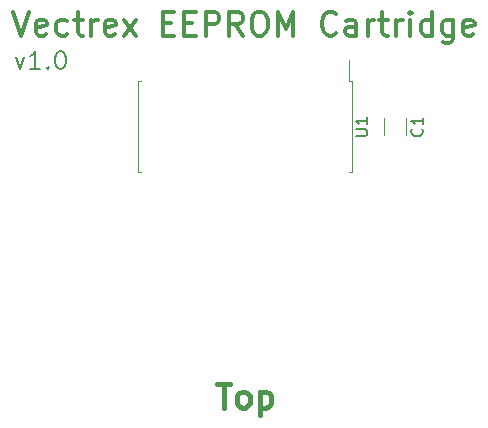
<source format=gbr>
%TF.GenerationSoftware,KiCad,Pcbnew,(6.0.0)*%
%TF.CreationDate,2022-01-01T20:47:22+01:00*%
%TF.ProjectId,vectrex,76656374-7265-4782-9e6b-696361645f70,rev?*%
%TF.SameCoordinates,Original*%
%TF.FileFunction,Legend,Top*%
%TF.FilePolarity,Positive*%
%FSLAX46Y46*%
G04 Gerber Fmt 4.6, Leading zero omitted, Abs format (unit mm)*
G04 Created by KiCad (PCBNEW (6.0.0)) date 2022-01-01 20:47:22*
%MOMM*%
%LPD*%
G01*
G04 APERTURE LIST*
%ADD10C,0.400000*%
%ADD11C,0.200000*%
%ADD12C,0.300000*%
%ADD13C,0.150000*%
%ADD14C,0.120000*%
G04 APERTURE END LIST*
D10*
X155099047Y-105584761D02*
X156241904Y-105584761D01*
X155670476Y-107584761D02*
X155670476Y-105584761D01*
X157194285Y-107584761D02*
X157003809Y-107489523D01*
X156908571Y-107394285D01*
X156813333Y-107203809D01*
X156813333Y-106632380D01*
X156908571Y-106441904D01*
X157003809Y-106346666D01*
X157194285Y-106251428D01*
X157480000Y-106251428D01*
X157670476Y-106346666D01*
X157765714Y-106441904D01*
X157860952Y-106632380D01*
X157860952Y-107203809D01*
X157765714Y-107394285D01*
X157670476Y-107489523D01*
X157480000Y-107584761D01*
X157194285Y-107584761D01*
X158718095Y-106251428D02*
X158718095Y-108251428D01*
X158718095Y-106346666D02*
X158908571Y-106251428D01*
X159289523Y-106251428D01*
X159480000Y-106346666D01*
X159575238Y-106441904D01*
X159670476Y-106632380D01*
X159670476Y-107203809D01*
X159575238Y-107394285D01*
X159480000Y-107489523D01*
X159289523Y-107584761D01*
X158908571Y-107584761D01*
X158718095Y-107489523D01*
D11*
X138065142Y-77910571D02*
X138422285Y-78910571D01*
X138779428Y-77910571D01*
X140136571Y-78910571D02*
X139279428Y-78910571D01*
X139708000Y-78910571D02*
X139708000Y-77410571D01*
X139565142Y-77624857D01*
X139422285Y-77767714D01*
X139279428Y-77839142D01*
X140779428Y-78767714D02*
X140850857Y-78839142D01*
X140779428Y-78910571D01*
X140708000Y-78839142D01*
X140779428Y-78767714D01*
X140779428Y-78910571D01*
X141779428Y-77410571D02*
X141922285Y-77410571D01*
X142065142Y-77482000D01*
X142136571Y-77553428D01*
X142208000Y-77696285D01*
X142279428Y-77982000D01*
X142279428Y-78339142D01*
X142208000Y-78624857D01*
X142136571Y-78767714D01*
X142065142Y-78839142D01*
X141922285Y-78910571D01*
X141779428Y-78910571D01*
X141636571Y-78839142D01*
X141565142Y-78767714D01*
X141493714Y-78624857D01*
X141422285Y-78339142D01*
X141422285Y-77982000D01*
X141493714Y-77696285D01*
X141565142Y-77553428D01*
X141636571Y-77482000D01*
X141779428Y-77410571D01*
D12*
X137860952Y-74088761D02*
X138527619Y-76088761D01*
X139194285Y-74088761D01*
X140622857Y-75993523D02*
X140432380Y-76088761D01*
X140051428Y-76088761D01*
X139860952Y-75993523D01*
X139765714Y-75803047D01*
X139765714Y-75041142D01*
X139860952Y-74850666D01*
X140051428Y-74755428D01*
X140432380Y-74755428D01*
X140622857Y-74850666D01*
X140718095Y-75041142D01*
X140718095Y-75231619D01*
X139765714Y-75422095D01*
X142432380Y-75993523D02*
X142241904Y-76088761D01*
X141860952Y-76088761D01*
X141670476Y-75993523D01*
X141575238Y-75898285D01*
X141480000Y-75707809D01*
X141480000Y-75136380D01*
X141575238Y-74945904D01*
X141670476Y-74850666D01*
X141860952Y-74755428D01*
X142241904Y-74755428D01*
X142432380Y-74850666D01*
X143003809Y-74755428D02*
X143765714Y-74755428D01*
X143289523Y-74088761D02*
X143289523Y-75803047D01*
X143384761Y-75993523D01*
X143575238Y-76088761D01*
X143765714Y-76088761D01*
X144432380Y-76088761D02*
X144432380Y-74755428D01*
X144432380Y-75136380D02*
X144527619Y-74945904D01*
X144622857Y-74850666D01*
X144813333Y-74755428D01*
X145003809Y-74755428D01*
X146432380Y-75993523D02*
X146241904Y-76088761D01*
X145860952Y-76088761D01*
X145670476Y-75993523D01*
X145575238Y-75803047D01*
X145575238Y-75041142D01*
X145670476Y-74850666D01*
X145860952Y-74755428D01*
X146241904Y-74755428D01*
X146432380Y-74850666D01*
X146527619Y-75041142D01*
X146527619Y-75231619D01*
X145575238Y-75422095D01*
X147194285Y-76088761D02*
X148241904Y-74755428D01*
X147194285Y-74755428D02*
X148241904Y-76088761D01*
X150527619Y-75041142D02*
X151194285Y-75041142D01*
X151480000Y-76088761D02*
X150527619Y-76088761D01*
X150527619Y-74088761D01*
X151480000Y-74088761D01*
X152337142Y-75041142D02*
X153003809Y-75041142D01*
X153289523Y-76088761D02*
X152337142Y-76088761D01*
X152337142Y-74088761D01*
X153289523Y-74088761D01*
X154146666Y-76088761D02*
X154146666Y-74088761D01*
X154908571Y-74088761D01*
X155099047Y-74184000D01*
X155194285Y-74279238D01*
X155289523Y-74469714D01*
X155289523Y-74755428D01*
X155194285Y-74945904D01*
X155099047Y-75041142D01*
X154908571Y-75136380D01*
X154146666Y-75136380D01*
X157289523Y-76088761D02*
X156622857Y-75136380D01*
X156146666Y-76088761D02*
X156146666Y-74088761D01*
X156908571Y-74088761D01*
X157099047Y-74184000D01*
X157194285Y-74279238D01*
X157289523Y-74469714D01*
X157289523Y-74755428D01*
X157194285Y-74945904D01*
X157099047Y-75041142D01*
X156908571Y-75136380D01*
X156146666Y-75136380D01*
X158527619Y-74088761D02*
X158908571Y-74088761D01*
X159099047Y-74184000D01*
X159289523Y-74374476D01*
X159384761Y-74755428D01*
X159384761Y-75422095D01*
X159289523Y-75803047D01*
X159099047Y-75993523D01*
X158908571Y-76088761D01*
X158527619Y-76088761D01*
X158337142Y-75993523D01*
X158146666Y-75803047D01*
X158051428Y-75422095D01*
X158051428Y-74755428D01*
X158146666Y-74374476D01*
X158337142Y-74184000D01*
X158527619Y-74088761D01*
X160241904Y-76088761D02*
X160241904Y-74088761D01*
X160908571Y-75517333D01*
X161575238Y-74088761D01*
X161575238Y-76088761D01*
X165194285Y-75898285D02*
X165099047Y-75993523D01*
X164813333Y-76088761D01*
X164622857Y-76088761D01*
X164337142Y-75993523D01*
X164146666Y-75803047D01*
X164051428Y-75612571D01*
X163956190Y-75231619D01*
X163956190Y-74945904D01*
X164051428Y-74564952D01*
X164146666Y-74374476D01*
X164337142Y-74184000D01*
X164622857Y-74088761D01*
X164813333Y-74088761D01*
X165099047Y-74184000D01*
X165194285Y-74279238D01*
X166908571Y-76088761D02*
X166908571Y-75041142D01*
X166813333Y-74850666D01*
X166622857Y-74755428D01*
X166241904Y-74755428D01*
X166051428Y-74850666D01*
X166908571Y-75993523D02*
X166718095Y-76088761D01*
X166241904Y-76088761D01*
X166051428Y-75993523D01*
X165956190Y-75803047D01*
X165956190Y-75612571D01*
X166051428Y-75422095D01*
X166241904Y-75326857D01*
X166718095Y-75326857D01*
X166908571Y-75231619D01*
X167860952Y-76088761D02*
X167860952Y-74755428D01*
X167860952Y-75136380D02*
X167956190Y-74945904D01*
X168051428Y-74850666D01*
X168241904Y-74755428D01*
X168432380Y-74755428D01*
X168813333Y-74755428D02*
X169575238Y-74755428D01*
X169099047Y-74088761D02*
X169099047Y-75803047D01*
X169194285Y-75993523D01*
X169384761Y-76088761D01*
X169575238Y-76088761D01*
X170241904Y-76088761D02*
X170241904Y-74755428D01*
X170241904Y-75136380D02*
X170337142Y-74945904D01*
X170432380Y-74850666D01*
X170622857Y-74755428D01*
X170813333Y-74755428D01*
X171480000Y-76088761D02*
X171480000Y-74755428D01*
X171480000Y-74088761D02*
X171384761Y-74184000D01*
X171480000Y-74279238D01*
X171575238Y-74184000D01*
X171480000Y-74088761D01*
X171480000Y-74279238D01*
X173289523Y-76088761D02*
X173289523Y-74088761D01*
X173289523Y-75993523D02*
X173099047Y-76088761D01*
X172718095Y-76088761D01*
X172527619Y-75993523D01*
X172432380Y-75898285D01*
X172337142Y-75707809D01*
X172337142Y-75136380D01*
X172432380Y-74945904D01*
X172527619Y-74850666D01*
X172718095Y-74755428D01*
X173099047Y-74755428D01*
X173289523Y-74850666D01*
X175099047Y-74755428D02*
X175099047Y-76374476D01*
X175003809Y-76564952D01*
X174908571Y-76660190D01*
X174718095Y-76755428D01*
X174432380Y-76755428D01*
X174241904Y-76660190D01*
X175099047Y-75993523D02*
X174908571Y-76088761D01*
X174527619Y-76088761D01*
X174337142Y-75993523D01*
X174241904Y-75898285D01*
X174146666Y-75707809D01*
X174146666Y-75136380D01*
X174241904Y-74945904D01*
X174337142Y-74850666D01*
X174527619Y-74755428D01*
X174908571Y-74755428D01*
X175099047Y-74850666D01*
X176813333Y-75993523D02*
X176622857Y-76088761D01*
X176241904Y-76088761D01*
X176051428Y-75993523D01*
X175956190Y-75803047D01*
X175956190Y-75041142D01*
X176051428Y-74850666D01*
X176241904Y-74755428D01*
X176622857Y-74755428D01*
X176813333Y-74850666D01*
X176908571Y-75041142D01*
X176908571Y-75231619D01*
X175956190Y-75422095D01*
D13*
%TO.C,U1*%
X166832380Y-84581904D02*
X167641904Y-84581904D01*
X167737142Y-84534285D01*
X167784761Y-84486666D01*
X167832380Y-84391428D01*
X167832380Y-84200952D01*
X167784761Y-84105714D01*
X167737142Y-84058095D01*
X167641904Y-84010476D01*
X166832380Y-84010476D01*
X167832380Y-83010476D02*
X167832380Y-83581904D01*
X167832380Y-83296190D02*
X166832380Y-83296190D01*
X166975238Y-83391428D01*
X167070476Y-83486666D01*
X167118095Y-83581904D01*
%TO.C,@HOLE1*%
%TO.C,@HOLE0*%
%TO.C,@HOLE2*%
%TO.C,C1*%
X172442142Y-83986666D02*
X172489761Y-84034285D01*
X172537380Y-84177142D01*
X172537380Y-84272380D01*
X172489761Y-84415238D01*
X172394523Y-84510476D01*
X172299285Y-84558095D01*
X172108809Y-84605714D01*
X171965952Y-84605714D01*
X171775476Y-84558095D01*
X171680238Y-84510476D01*
X171585000Y-84415238D01*
X171537380Y-84272380D01*
X171537380Y-84177142D01*
X171585000Y-84034285D01*
X171632619Y-83986666D01*
X172537380Y-83034285D02*
X172537380Y-83605714D01*
X172537380Y-83320000D02*
X171537380Y-83320000D01*
X171680238Y-83415238D01*
X171775476Y-83510476D01*
X171823095Y-83605714D01*
D14*
%TO.C,U1*%
X148420000Y-83820000D02*
X148420000Y-87680000D01*
X148420000Y-83820000D02*
X148420000Y-79960000D01*
X148420000Y-79960000D02*
X148665000Y-79960000D01*
X166540000Y-83820000D02*
X166540000Y-79960000D01*
X166540000Y-83820000D02*
X166540000Y-87680000D01*
X166295000Y-79960000D02*
X166295000Y-78145000D01*
X166540000Y-79960000D02*
X166295000Y-79960000D01*
X148420000Y-87680000D02*
X148665000Y-87680000D01*
X166540000Y-87680000D02*
X166295000Y-87680000D01*
%TO.C,C1*%
X171090000Y-84531252D02*
X171090000Y-83108748D01*
X169270000Y-84531252D02*
X169270000Y-83108748D01*
%TD*%
M02*

</source>
